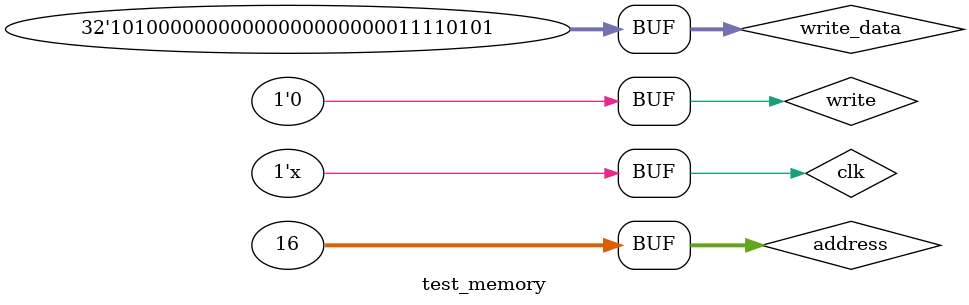
<source format=v>
module test_memory();

reg [31:0] address = 32'h0000_0010;
reg [31:0] write_data = 32'hA000_0000;
reg write = 1'b0;
reg clk = 1'b0;
wire [31:0] read_data;

memory uram(
    clk,
    address,
    write_data,
    write,
    read_data
);

always
    #50 clk = ~clk;

initial begin
    #200
    write_data = 32'hA000_00F5;
    write = 1'b1;
    #200 write = 1'b0;
end
endmodule
</source>
